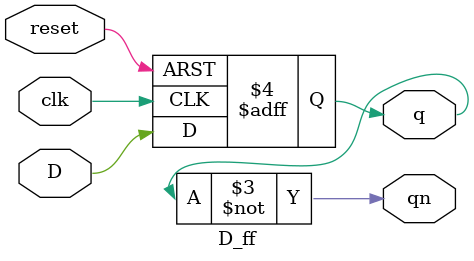
<source format=v>
module D_ff(
    input D,
    input  clk,
    input  reset,
    output reg q,
    output qn
);
    always @(posedge clk or negedge reset) begin
        if (!reset)
            q <= 0;
            
        else 
		q<=D;
		end 
		assign qn=~q;
endmodule

</source>
